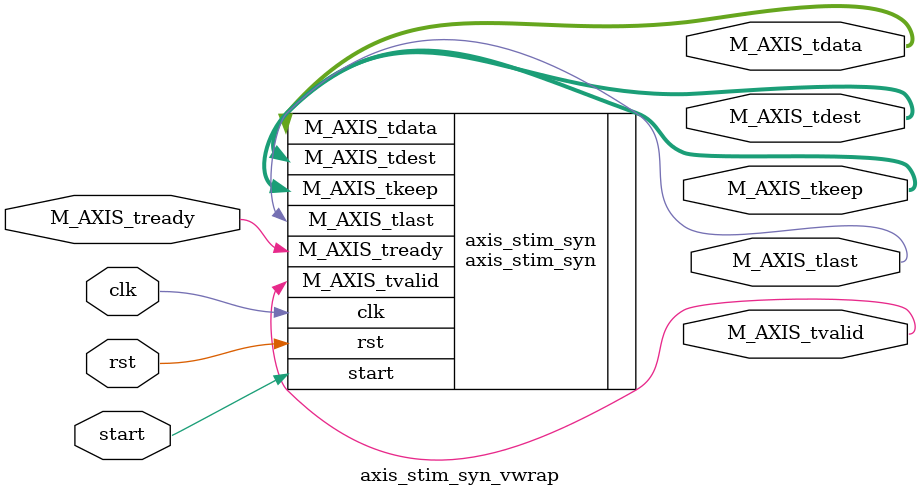
<source format=v>

`timescale 1ns / 1ps  // <time_unit>/<time_precision>

module axis_stim_syn_vwrap #
	(
		parameter integer             DATA_WIDTH	  = 32 // change to TDATA_NUM_BYTES
	)
	(
		input                         clk		        ,
    input                         rst           ,
    input                         start         ,
    output [DATA_WIDTH-1 : 0]     M_AXIS_tdata  ,
    output [3:0]                  M_AXIS_tdest  ,
    output [(DATA_WIDTH/8)-1 : 0] M_AXIS_tkeep  ,
    output                        M_AXIS_tlast  ,
    input                         M_AXIS_tready ,
    output                        M_AXIS_tvalid
  );

  generate if (DATA_WIDTH % 8 != 0)
    initial $fatal("ERROR: %m DATA_WIDTH (%0d) must be a multiple of 8", DATA_WIDTH);
  endgenerate


//-------------------------------------------------------------------------------------------------
//
//-------------------------------------------------------------------------------------------------

  axis_stim_syn #(
    .DATA_WIDTH     (DATA_WIDTH)
  ) axis_stim_syn (
    .clk		         (clk		        ),                  
    .rst		         (rst		        ),                  
    .start           (start         ),         
    .M_AXIS_tdata    (M_AXIS_tdata  ),         
    .M_AXIS_tdest    (M_AXIS_tdest  ),         
    .M_AXIS_tkeep    (M_AXIS_tkeep  ),         
    .M_AXIS_tlast    (M_AXIS_tlast  ),         
    .M_AXIS_tready   (M_AXIS_tready ),         
    .M_AXIS_tvalid   (M_AXIS_tvalid )
  );

endmodule
</source>
